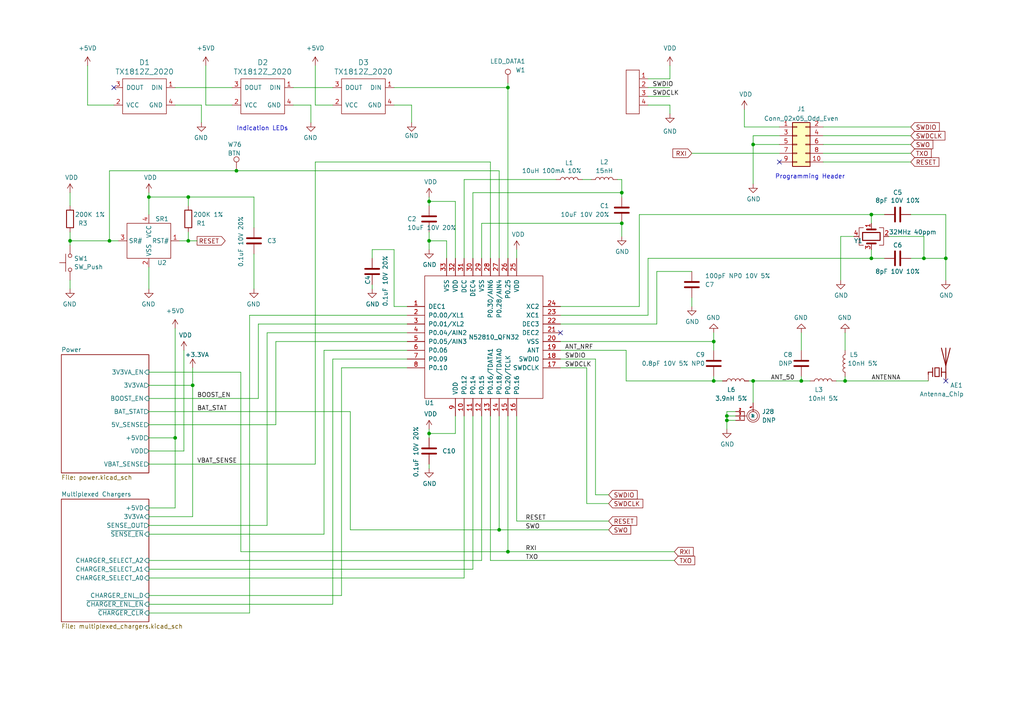
<source format=kicad_sch>
(kicad_sch (version 20230121) (generator eeschema)
  (paper "A4")
  (lib_symbols
    (symbol "Connector_Generic:Conn_02x05_Odd_Even" (pin_names (offset 1.016) hide)
      (property "Reference" "J" (at 1.27 7.62 0))
      (property "Value" "Conn_02x05_Odd_Even" (at 1.27 -7.62 0))
      (symbol "Conn_02x05_Odd_Even_1_1"
        (rectangle (start -1.27 -4.953) (end 0 -5.207) (stroke (width 0.1524)))
        (rectangle (start -1.27 -2.413) (end 0 -2.667) (stroke (width 0.1524)))
        (rectangle (start -1.27 0.127) (end 0 -0.127) (stroke (width 0.1524)))
        (rectangle (start -1.27 2.667) (end 0 2.413) (stroke (width 0.1524)))
        (rectangle (start -1.27 5.207) (end 0 4.953) (stroke (width 0.1524)))
        (rectangle (start -1.27 6.35) (end 3.81 -6.35) (stroke (width 0.254)) (fill (type background)))
        (rectangle (start 3.81 -4.953) (end 2.54 -5.207) (stroke (width 0.1524)))
        (rectangle (start 3.81 -2.413) (end 2.54 -2.667) (stroke (width 0.1524)))
        (rectangle (start 3.81 0.127) (end 2.54 -0.127) (stroke (width 0.1524)))
        (rectangle (start 3.81 2.667) (end 2.54 2.413) (stroke (width 0.1524)))
        (rectangle (start 3.81 5.207) (end 2.54 4.953) (stroke (width 0.1524)))
        (pin passive line (at -5.08 5.08 0) (length 3.81) (name "Pin_1") (number "1"))
        (pin passive line (at 7.62 -5.08 180) (length 3.81) (name "Pin_10") (number "10"))
        (pin passive line (at 7.62 5.08 180) (length 3.81) (name "Pin_2") (number "2"))
        (pin passive line (at -5.08 2.54 0) (length 3.81) (name "Pin_3") (number "3"))
        (pin passive line (at 7.62 2.54 180) (length 3.81) (name "Pin_4") (number "4"))
        (pin passive line (at -5.08 0 0) (length 3.81) (name "Pin_5") (number "5"))
        (pin passive line (at 7.62 0 180) (length 3.81) (name "Pin_6") (number "6"))
        (pin passive line (at -5.08 -2.54 0) (length 3.81) (name "Pin_7") (number "7"))
        (pin passive line (at 7.62 -2.54 180) (length 3.81) (name "Pin_8") (number "8"))
        (pin passive line (at -5.08 -5.08 0) (length 3.81) (name "Pin_9") (number "9"))
      )
    )
    (symbol "Device:Antenna_Chip" (pin_numbers hide) (pin_names (offset 1.016) hide)
      (property "Reference" "AE" (at 0 5.08 0))
      (property "Value" "Antenna_Chip" (at 0 3.175 0))
      (symbol "Antenna_Chip_0_1"
        (polyline (pts (xy -2.54 0) (xy -2.54 -0.635)) (stroke (width 0.254)))
        (polyline (pts (xy -2.54 0) (xy -1.27 0)) (stroke (width 0.254)))
        (polyline (pts (xy 1.27 0) (xy 2.54 0)) (stroke (width 0.254)))
        (polyline (pts (xy 1.27 1.27) (xy 1.27 -1.27)) (stroke (width 0.254)))
        (polyline (pts (xy 2.54 -0.635) (xy 2.54 0)))
        (polyline (pts (xy 2.54 6.985) (xy 2.54 -1.905)) (stroke (width 0.254)))
        (polyline (pts (xy -1.27 1.27) (xy -1.27 -1.27) (xy -1.27 0)) (stroke (width 0.254)))
        (polyline (pts (xy 3.81 6.985) (xy 2.54 1.905) (xy 1.27 6.985)) (stroke (width 0.254)))
        (polyline (pts (xy -0.635 1.27) (xy 0.635 1.27) (xy 0.635 -1.27) (xy -0.635 -1.27) (xy -0.635 1.27)) (stroke (width 0.254)))
      )
      (symbol "Antenna_Chip_1_1"
        (pin input line (at -2.54 -2.54 90) (length 2.54) (name "FEED") (number "1"))
        (pin passive line (at 2.54 -2.54 90) (length 2.54) (name "PCB_Trace") (number "2"))
      )
    )
    (symbol "Device:C" (pin_numbers hide) (pin_names (offset 0.254))
      (property "Reference" "C" (at 0.635 2.54 0))
      (property "Value" "C" (at 0.635 -2.54 0))
      (symbol "C_0_1"
        (polyline (pts (xy -2.032 -0.762) (xy 2.032 -0.762)) (stroke (width 0.508)))
        (polyline (pts (xy -2.032 0.762) (xy 2.032 0.762)) (stroke (width 0.508)))
      )
      (symbol "C_1_1"
        (pin passive line (at 0 3.81 270) (length 2.794) (name "~") (number "1"))
        (pin passive line (at 0 -3.81 90) (length 2.794) (name "~") (number "2"))
      )
    )
    (symbol "Device:Crystal_GND24" (pin_names (offset 1.016) hide)
      (property "Reference" "Y" (at 3.175 5.08 0))
      (property "Value" "Crystal_GND24" (at 3.175 3.175 0))
      (symbol "Crystal_GND24_0_1"
        (rectangle (start -1.143 2.54) (end 1.143 -2.54) (stroke (width 0.3048)))
        (polyline (pts (xy -2.54 0) (xy -2.032 0)))
        (polyline (pts (xy -2.032 -1.27) (xy -2.032 1.27)) (stroke (width 0.508)))
        (polyline (pts (xy 0 -3.81) (xy 0 -3.556)))
        (polyline (pts (xy 0 3.556) (xy 0 3.81)))
        (polyline (pts (xy 2.032 -1.27) (xy 2.032 1.27)) (stroke (width 0.508)))
        (polyline (pts (xy 2.032 0) (xy 2.54 0)))
        (polyline (pts (xy -2.54 -2.286) (xy -2.54 -3.556) (xy 2.54 -3.556) (xy 2.54 -2.286)))
        (polyline (pts (xy -2.54 2.286) (xy -2.54 3.556) (xy 2.54 3.556) (xy 2.54 2.286)))
      )
      (symbol "Crystal_GND24_1_1"
        (pin passive line (at -3.81 0 0) (length 1.27) (name "1") (number "1"))
        (pin passive line (at 0 5.08 270) (length 1.27) (name "2") (number "2"))
        (pin passive line (at 3.81 0 180) (length 1.27) (name "3") (number "3"))
        (pin passive line (at 0 -5.08 90) (length 1.27) (name "4") (number "4"))
      )
    )
    (symbol "Device:L" (pin_numbers hide) (pin_names (offset 1.016) hide)
      (property "Reference" "L" (at -1.27 0 90))
      (property "Value" "L" (at 1.905 0 90))
      (symbol "L_0_1"
        (arc (start 0 -2.54) (mid 0.6323 -1.905) (end 0 -1.27))
        (arc (start 0 -1.27) (mid 0.6323 -0.635) (end 0 0))
        (arc (start 0 0) (mid 0.6323 0.635) (end 0 1.27))
        (arc (start 0 1.27) (mid 0.6323 1.905) (end 0 2.54))
      )
      (symbol "L_1_1"
        (pin passive line (at 0 3.81 270) (length 1.27) (name "1") (number "1"))
        (pin passive line (at 0 -3.81 90) (length 1.27) (name "2") (number "2"))
      )
    )
    (symbol "Device:R" (pin_numbers hide) (pin_names (offset 0))
      (property "Reference" "R" (at 2.032 0 90))
      (property "Value" "R" (at 0 0 90))
      (symbol "R_0_1"
        (rectangle (start -1.016 -2.54) (end 1.016 2.54) (stroke (width 0.254)))
      )
      (symbol "R_1_1"
        (pin passive line (at 0 3.81 270) (length 1.27) (name "~") (number "1"))
        (pin passive line (at 0 -3.81 90) (length 1.27) (name "~") (number "2"))
      )
    )
    (symbol "Pixels-dice:N52810_QFN32" (pin_names (offset 1.016))
      (property "Reference" "U" (at 13.97 -19.05 0))
      (property "Value" "N52810_QFN32" (at 2.54 0 0))
      (symbol "N52810_QFN32_0_1"
        (rectangle (start -17.78 17.78) (end 16.51 -17.78))
      )
      (symbol "N52810_QFN32_1_1"
        (pin power_out line (at -22.86 8.89 0) (length 5.08) (name "DEC1") (number "1"))
        (pin bidirectional line (at -6.35 -22.86 90) (length 5.08) (name "P0.12") (number "10"))
        (pin bidirectional line (at -3.81 -22.86 90) (length 5.08) (name "P0.14") (number "11"))
        (pin bidirectional line (at -1.27 -22.86 90) (length 5.08) (name "P0.15") (number "12"))
        (pin bidirectional line (at 1.27 -22.86 90) (length 5.08) (name "P0.16/TDATA1") (number "13"))
        (pin bidirectional line (at 3.81 -22.86 90) (length 5.08) (name "P0.18/TDATA0") (number "14"))
        (pin bidirectional line (at 6.35 -22.86 90) (length 5.08) (name "P0.20/TCLK") (number "15"))
        (pin bidirectional line (at 8.89 -22.86 90) (length 5.08) (name "P0.16") (number "16"))
        (pin bidirectional line (at 21.59 -8.89 180) (length 5.08) (name "SWDCLK") (number "17"))
        (pin bidirectional line (at 21.59 -6.35 180) (length 5.08) (name "SWDIO") (number "18"))
        (pin output line (at 21.59 -3.81 180) (length 5.08) (name "ANT") (number "19"))
        (pin bidirectional line (at -22.86 6.35 0) (length 5.08) (name "P0.00/XL1") (number "2"))
        (pin output line (at 21.59 -1.27 180) (length 5.08) (name "VSS") (number "20"))
        (pin output line (at 21.59 1.27 180) (length 5.08) (name "DEC2") (number "21"))
        (pin output line (at 21.59 3.81 180) (length 5.08) (name "DEC3") (number "22"))
        (pin output line (at 21.59 6.35 180) (length 5.08) (name "XC1") (number "23"))
        (pin input line (at 21.59 8.89 180) (length 5.08) (name "XC2") (number "24"))
        (pin power_in line (at 8.89 22.86 270) (length 5.08) (name "VDD") (number "25"))
        (pin bidirectional line (at 6.35 22.86 270) (length 5.08) (name "P0.25") (number "26"))
        (pin bidirectional line (at 3.81 22.86 270) (length 5.08) (name "P0.28/AIN4") (number "27"))
        (pin bidirectional line (at 1.27 22.86 270) (length 5.08) (name "P0.30/AIN6") (number "28"))
        (pin power_in line (at -1.27 22.86 270) (length 5.08) (name "VSS") (number "29"))
        (pin bidirectional line (at -22.86 3.81 0) (length 5.08) (name "P0.01/XL2") (number "3"))
        (pin output line (at -3.81 22.86 270) (length 5.08) (name "DEC4") (number "30"))
        (pin output line (at -6.35 22.86 270) (length 5.08) (name "DCC") (number "31"))
        (pin power_in line (at -8.89 22.86 270) (length 5.08) (name "VDD") (number "32"))
        (pin power_in line (at -11.43 22.86 270) (length 5.08) (name "VSS") (number "33"))
        (pin bidirectional line (at -22.86 1.27 0) (length 5.08) (name "P0.04/AIN2") (number "4"))
        (pin bidirectional line (at -22.86 -1.27 0) (length 5.08) (name "P0.05/AIN3") (number "5"))
        (pin bidirectional line (at -22.86 -3.81 0) (length 5.08) (name "P0.06") (number "6"))
        (pin bidirectional line (at -22.86 -6.35 0) (length 5.08) (name "P0.09") (number "7"))
        (pin bidirectional line (at -22.86 -8.89 0) (length 5.08) (name "P0.10") (number "8"))
        (pin power_in line (at -8.89 -22.86 90) (length 5.08) (name "VDD") (number "9"))
      )
    )
    (symbol "Pixels-dice:SR1"
      (property "Reference" "U" (at 3.81 -6.35 0))
      (symbol "SR1_0_1"
        (polyline (pts (xy -6.35 5.08) (xy -6.35 -5.08) (xy 6.35 -5.08) (xy 6.35 5.08) (xy -6.35 5.08)))
      )
      (symbol "SR1_1_1"
        (pin output line (at 8.89 0 180) (length 2.54) (name "RST#") (number "1"))
        (pin power_in line (at 0 -7.62 90) (length 2.54) (name "VSS") (number "2"))
        (pin input line (at -8.89 0 0) (length 2.54) (name "SR#") (number "3"))
        (pin power_in line (at 0 7.62 270) (length 2.54) (name "VCC") (number "4"))
      )
    )
    (symbol "Pixels-dice:TEST_1P-conn" (pin_numbers hide) (pin_names (offset 0.762) hide)
      (property "Reference" "W" (at 0 6.858 0))
      (property "Value" "TEST_1P-conn" (at 0 5.08 0))
      (symbol "TEST_1P-conn_0_1"
        (circle (center 0 3.302) (radius 0.762))
      )
      (symbol "TEST_1P-conn_1_1"
        (pin passive line (at 0 0 90) (length 2.54) (name "1") (number "1"))
      )
    )
    (symbol "Pixels-dice:TX1812Z_2020" (pin_names (offset 1.016))
      (property "Reference" "D" (at 0 -6.35 0))
      (property "Value" "TX1812Z_2020" (at 0 6.35 0))
      (symbol "TX1812Z_2020_0_1"
        (rectangle (start -6.35 5.08) (end 6.35 -5.08))
      )
      (symbol "TX1812Z_2020_1_1"
        (pin input line (at -8.89 2.54 0) (length 2.54) (name "DIN") (number "1"))
        (pin power_in line (at 8.89 -2.54 180) (length 2.54) (name "VCC") (number "2"))
        (pin output line (at 8.89 2.54 180) (length 2.54) (name "DOUT") (number "3"))
        (pin power_in line (at -8.89 -2.54 0) (length 2.54) (name "GND") (number "4"))
      )
    )
    (symbol "Pixels-dice:W.FL"
      (property "Reference" "J" (at 3.81 -1.27 0))
      (property "Value" "W.FL" (at 4.445 1.27 0))
      (symbol "W.FL_0_1"
        (polyline (pts (xy -1.27 -2.54) (xy 1.27 -2.54)))
        (polyline (pts (xy 0 -2.54) (xy 0 -1.905)))
        (circle (center 0 0) (radius 1.27))
        (circle (center 0 0) (radius 1.7961))
      )
      (symbol "W.FL_1_1"
        (pin passive line (at 1.27 -5.08 90) (length 2.54) (name "") (number "1"))
        (pin passive line (at -1.27 -5.08 90) (length 2.54) (name "") (number "2"))
        (pin passive line (at 0 -5.08 90) (length 2.54) (name "") (number "3"))
        (pin passive line (at -3.81 0 0) (length 2.54) (name "RF") (number "4"))
      )
    )
    (symbol "Pixels-dice:heard4"
      (symbol "heard4_0_1"
        (rectangle (start -3.81 6.35) (end -3.81 -6.35))
        (rectangle (start -3.81 6.35) (end 0 6.35))
        (rectangle (start 0 -6.35) (end -3.81 -6.35))
        (rectangle (start 0 6.35) (end 0 -6.35))
      )
      (symbol "heard4_1_1"
        (pin free line (at 2.54 3.81 180) (length 2.54) (name "") (number "1"))
        (pin free line (at 2.54 1.27 180) (length 2.54) (name "") (number "2"))
        (pin free line (at 2.54 -1.27 180) (length 2.54) (name "") (number "3"))
        (pin free line (at 2.54 -3.81 180) (length 2.54) (name "") (number "4"))
      )
    )
    (symbol "Switch:SW_Push" (pin_numbers hide) (pin_names (offset 1.016) hide)
      (property "Reference" "SW" (at 1.27 2.54 0))
      (property "Value" "SW_Push" (at 0 -1.524 0))
      (symbol "SW_Push_0_1"
        (circle (center -2.032 0) (radius 0.508))
        (polyline (pts (xy 0 1.27) (xy 0 3.048)))
        (polyline (pts (xy 2.54 1.27) (xy -2.54 1.27)))
        (circle (center 2.032 0) (radius 0.508))
        (pin passive line (at -5.08 0 0) (length 2.54) (name "1") (number "1"))
        (pin passive line (at 5.08 0 180) (length 2.54) (name "2") (number "2"))
      )
    )
    (symbol "power:+3.3VA" (power) (pin_names (offset 0))
      (property "Value" "+3.3VA" (at 0 3.556 0))
      (symbol "+3.3VA_0_1"
        (polyline (pts (xy -0.762 1.27) (xy 0 2.54)))
        (polyline (pts (xy 0 0) (xy 0 2.54)))
        (polyline (pts (xy 0 2.54) (xy 0.762 1.27)))
      )
      (symbol "+3.3VA_1_1"
        (pin power_in line (at 0 0 90) (length 0) hide (name "+3.3VA") (number "1"))
      )
    )
    (symbol "power:+5VD" (power) (pin_names (offset 0))
      (property "Value" "+5VD" (at 0 3.556 0))
      (symbol "+5VD_0_1"
        (polyline (pts (xy -0.762 1.27) (xy 0 2.54)))
        (polyline (pts (xy 0 0) (xy 0 2.54)))
        (polyline (pts (xy 0 2.54) (xy 0.762 1.27)))
      )
      (symbol "+5VD_1_1"
        (pin power_in line (at 0 0 90) (length 0) hide (name "+5VD") (number "1"))
      )
    )
    (symbol "power:GND" (power) (pin_names (offset 0))
      (property "Value" "GND" (at 0 -3.81 0))
      (symbol "GND_0_1"
        (polyline (pts (xy 0 0) (xy 0 -1.27) (xy 1.27 -1.27) (xy 0 -2.54) (xy -1.27 -1.27) (xy 0 -1.27)))
      )
      (symbol "GND_1_1"
        (pin power_in line (at 0 0 270) (length 0) hide (name "GND") (number "1"))
      )
    )
    (symbol "power:VDD" (power) (pin_names (offset 0))
      (property "Value" "VDD" (at 0 3.81 0))
      (symbol "VDD_0_1"
        (polyline (pts (xy -0.762 1.27) (xy 0 2.54)))
        (polyline (pts (xy 0 0) (xy 0 2.54)))
        (polyline (pts (xy 0 2.54) (xy 0.762 1.27)))
      )
      (symbol "VDD_1_1"
        (pin power_in line (at 0 0 90) (length 0) hide (name "VDD") (number "1"))
      )
    )
  )
  (junction (at 210.82 121.92))
  (junction (at 68.58 49.53))
  (junction (at 144.78 153.67))
  (junction (at 124.46 125.73))
  (junction (at 252.73 74.93))
  (junction (at 55.88 111.76))
  (junction (at 245.11 110.49))
  (junction (at 252.73 62.23))
  (junction (at 50.8 127))
  (junction (at 31.75 69.85))
  (junction (at 124.46 69.85))
  (junction (at 147.32 160.02))
  (junction (at 147.32 25.4))
  (junction (at 54.61 57.15))
  (junction (at 54.61 69.85))
  (junction (at 274.32 74.93))
  (junction (at 267.97 74.93))
  (junction (at 207.01 99.06))
  (junction (at 43.18 57.15))
  (junction (at 180.34 64.77))
  (junction (at 124.46 58.42))
  (junction (at 20.32 69.85))
  (junction (at 218.44 110.49))
  (junction (at 232.41 110.49))
  (junction (at 218.44 41.91))
  (junction (at 210.82 120.65))
  (junction (at 207.01 110.49))
  (junction (at 180.34 55.88))
  (no_connect (at 162.56 96.52))
  (no_connect (at 274.32 110.49))
  (no_connect (at 226.06 46.99))
  (no_connect (at 33.02 25.4))
  (wire (pts (xy 80.01 99.06) (xy 118.11 99.06)))
  (wire (pts (xy 187.96 25.4) (xy 194.31 25.4)))
  (wire (pts (xy 20.32 67.31) (xy 20.32 69.85)))
  (wire (pts (xy 245.11 109.22) (xy 245.11 110.49)))
  (wire (pts (xy 20.32 55.88) (xy 20.32 59.69)))
  (wire (pts (xy 180.34 64.77) (xy 180.34 68.58)))
  (wire (pts (xy 67.31 30.48) (xy 59.69 30.48)))
  (wire (pts (xy 210.82 119.38) (xy 210.82 120.65)))
  (wire (pts (xy 180.34 52.07) (xy 180.34 55.88)))
  (wire (pts (xy 54.61 67.31) (xy 54.61 69.85)))
  (wire (pts (xy 217.17 110.49) (xy 218.44 110.49)))
  (wire (pts (xy 114.3 25.4) (xy 147.32 25.4)))
  (wire (pts (xy 58.42 30.48) (xy 58.42 35.56)))
  (wire (pts (xy 147.32 120.65) (xy 147.32 160.02)))
  (wire (pts (xy 101.6 153.67) (xy 101.6 119.38)))
  (wire (pts (xy 55.88 111.76) (xy 55.88 149.86)))
  (wire (pts (xy 226.06 44.45) (xy 200.66 44.45)))
  (wire (pts (xy 252.73 74.93) (xy 256.54 74.93)))
  (wire (pts (xy 207.01 99.06) (xy 207.01 101.6)))
  (wire (pts (xy 144.78 153.67) (xy 101.6 153.67)))
  (wire (pts (xy 170.18 106.68) (xy 170.18 146.05)))
  (wire (pts (xy 96.52 104.14) (xy 118.11 104.14)))
  (wire (pts (xy 162.56 88.9) (xy 185.42 88.9)))
  (wire (pts (xy 267.97 68.58) (xy 267.97 74.93)))
  (wire (pts (xy 99.06 172.72) (xy 99.06 106.68)))
  (wire (pts (xy 134.62 52.07) (xy 161.29 52.07)))
  (wire (pts (xy 232.41 110.49) (xy 234.95 110.49)))
  (wire (pts (xy 72.39 91.44) (xy 72.39 177.8)))
  (wire (pts (xy 93.98 101.6) (xy 93.98 154.94)))
  (wire (pts (xy 91.44 46.99) (xy 142.24 46.99)))
  (wire (pts (xy 67.31 25.4) (xy 50.8 25.4)))
  (wire (pts (xy 238.76 44.45) (xy 264.16 44.45)))
  (wire (pts (xy 172.72 143.51) (xy 176.53 143.51)))
  (wire (pts (xy 139.7 64.77) (xy 180.34 64.77)))
  (wire (pts (xy 53.34 101.6) (xy 53.34 130.81)))
  (wire (pts (xy 147.32 24.13) (xy 147.32 25.4)))
  (wire (pts (xy 194.31 19.05) (xy 194.31 22.86)))
  (wire (pts (xy 179.07 52.07) (xy 180.34 52.07)))
  (wire (pts (xy 43.18 111.76) (xy 55.88 111.76)))
  (wire (pts (xy 134.62 120.65) (xy 134.62 167.64)))
  (wire (pts (xy 53.34 130.81) (xy 43.18 130.81)))
  (wire (pts (xy 50.8 95.25) (xy 50.8 127)))
  (wire (pts (xy 210.82 120.65) (xy 210.82 121.92)))
  (wire (pts (xy 187.96 30.48) (xy 194.31 30.48)))
  (wire (pts (xy 142.24 120.65) (xy 142.24 162.56)))
  (wire (pts (xy 43.18 162.56) (xy 139.7 162.56)))
  (wire (pts (xy 181.61 101.6) (xy 181.61 110.49)))
  (wire (pts (xy 162.56 106.68) (xy 170.18 106.68)))
  (wire (pts (xy 139.7 64.77) (xy 139.7 74.93)))
  (wire (pts (xy 43.18 57.15) (xy 43.18 62.23)))
  (wire (pts (xy 80.01 123.19) (xy 80.01 99.06)))
  (wire (pts (xy 137.16 120.65) (xy 137.16 165.1)))
  (wire (pts (xy 185.42 62.23) (xy 252.73 62.23)))
  (wire (pts (xy 50.8 147.32) (xy 50.8 127)))
  (wire (pts (xy 185.42 88.9) (xy 185.42 62.23)))
  (wire (pts (xy 59.69 19.05) (xy 59.69 30.48)))
  (wire (pts (xy 137.16 55.88) (xy 137.16 74.93)))
  (wire (pts (xy 200.66 86.36) (xy 200.66 88.9)))
  (wire (pts (xy 190.5 93.98) (xy 162.56 93.98)))
  (wire (pts (xy 181.61 110.49) (xy 207.01 110.49)))
  (wire (pts (xy 68.58 49.53) (xy 144.78 49.53)))
  (wire (pts (xy 93.98 101.6) (xy 118.11 101.6)))
  (wire (pts (xy 43.18 152.4) (xy 77.47 152.4)))
  (wire (pts (xy 218.44 39.37) (xy 218.44 41.91)))
  (wire (pts (xy 91.44 134.62) (xy 91.44 46.99)))
  (wire (pts (xy 232.41 96.52) (xy 232.41 101.6)))
  (wire (pts (xy 207.01 96.52) (xy 207.01 99.06)))
  (wire (pts (xy 218.44 41.91) (xy 218.44 53.34)))
  (wire (pts (xy 124.46 67.31) (xy 124.46 69.85)))
  (wire (pts (xy 180.34 55.88) (xy 137.16 55.88)))
  (wire (pts (xy 132.08 120.65) (xy 132.08 125.73)))
  (wire (pts (xy 144.78 120.65) (xy 144.78 153.67)))
  (wire (pts (xy 168.91 52.07) (xy 171.45 52.07)))
  (wire (pts (xy 134.62 74.93) (xy 134.62 52.07)))
  (wire (pts (xy 257.81 68.58) (xy 267.97 68.58)))
  (wire (pts (xy 107.95 82.55) (xy 107.95 83.82)))
  (wire (pts (xy 50.8 127) (xy 43.18 127)))
  (wire (pts (xy 114.3 72.39) (xy 107.95 72.39)))
  (wire (pts (xy 124.46 125.73) (xy 124.46 127)))
  (wire (pts (xy 162.56 99.06) (xy 207.01 99.06)))
  (wire (pts (xy 43.18 123.19) (xy 80.01 123.19)))
  (wire (pts (xy 74.93 93.98) (xy 74.93 115.57)))
  (wire (pts (xy 264.16 62.23) (xy 274.32 62.23)))
  (wire (pts (xy 43.18 55.88) (xy 43.18 57.15)))
  (wire (pts (xy 149.86 120.65) (xy 149.86 151.13)))
  (wire (pts (xy 238.76 46.99) (xy 264.16 46.99)))
  (wire (pts (xy 210.82 121.92) (xy 210.82 124.46)))
  (wire (pts (xy 187.96 74.93) (xy 252.73 74.93)))
  (wire (pts (xy 124.46 69.85) (xy 124.46 72.39)))
  (wire (pts (xy 147.32 160.02) (xy 195.58 160.02)))
  (wire (pts (xy 242.57 110.49) (xy 245.11 110.49)))
  (wire (pts (xy 162.56 104.14) (xy 172.72 104.14)))
  (wire (pts (xy 226.06 36.83) (xy 215.9 36.83)))
  (wire (pts (xy 58.42 30.48) (xy 50.8 30.48)))
  (wire (pts (xy 142.24 162.56) (xy 195.58 162.56)))
  (wire (pts (xy 73.66 57.15) (xy 73.66 66.04)))
  (wire (pts (xy 162.56 101.6) (xy 181.61 101.6)))
  (wire (pts (xy 232.41 109.22) (xy 232.41 110.49)))
  (wire (pts (xy 72.39 91.44) (xy 118.11 91.44)))
  (wire (pts (xy 267.97 74.93) (xy 274.32 74.93)))
  (wire (pts (xy 144.78 49.53) (xy 144.78 74.93)))
  (wire (pts (xy 77.47 152.4) (xy 77.47 96.52)))
  (wire (pts (xy 124.46 58.42) (xy 124.46 59.69)))
  (wire (pts (xy 93.98 154.94) (xy 43.18 154.94)))
  (wire (pts (xy 20.32 69.85) (xy 31.75 69.85)))
  (wire (pts (xy 43.18 175.26) (xy 96.52 175.26)))
  (wire (pts (xy 118.11 88.9) (xy 114.3 88.9)))
  (wire (pts (xy 124.46 134.62) (xy 124.46 135.89)))
  (wire (pts (xy 226.06 39.37) (xy 218.44 39.37)))
  (wire (pts (xy 264.16 74.93) (xy 267.97 74.93)))
  (wire (pts (xy 139.7 120.65) (xy 139.7 162.56)))
  (wire (pts (xy 107.95 72.39) (xy 107.95 74.93)))
  (wire (pts (xy 54.61 57.15) (xy 73.66 57.15)))
  (wire (pts (xy 147.32 25.4) (xy 147.32 74.93)))
  (wire (pts (xy 149.86 72.39) (xy 149.86 74.93)))
  (wire (pts (xy 213.36 121.92) (xy 210.82 121.92)))
  (wire (pts (xy 91.44 19.05) (xy 91.44 30.48)))
  (wire (pts (xy 124.46 58.42) (xy 124.46 57.15)))
  (wire (pts (xy 43.18 167.64) (xy 134.62 167.64)))
  (wire (pts (xy 54.61 69.85) (xy 57.15 69.85)))
  (wire (pts (xy 20.32 69.85) (xy 20.32 71.12)))
  (wire (pts (xy 247.65 68.58) (xy 243.84 68.58)))
  (wire (pts (xy 194.31 30.48) (xy 194.31 33.02)))
  (wire (pts (xy 218.44 41.91) (xy 226.06 41.91)))
  (wire (pts (xy 43.18 57.15) (xy 54.61 57.15)))
  (wire (pts (xy 176.53 151.13) (xy 149.86 151.13)))
  (wire (pts (xy 243.84 68.58) (xy 243.84 81.28)))
  (wire (pts (xy 43.18 147.32) (xy 50.8 147.32)))
  (wire (pts (xy 162.56 91.44) (xy 187.96 91.44)))
  (wire (pts (xy 96.52 25.4) (xy 85.09 25.4)))
  (wire (pts (xy 52.07 69.85) (xy 54.61 69.85)))
  (wire (pts (xy 218.44 110.49) (xy 218.44 116.84)))
  (wire (pts (xy 187.96 27.94) (xy 194.31 27.94)))
  (wire (pts (xy 33.02 30.48) (xy 25.4 30.48)))
  (wire (pts (xy 73.66 73.66) (xy 73.66 83.82)))
  (wire (pts (xy 74.93 93.98) (xy 118.11 93.98)))
  (wire (pts (xy 43.18 172.72) (xy 99.06 172.72)))
  (wire (pts (xy 245.11 110.49) (xy 269.24 110.49)))
  (wire (pts (xy 43.18 77.47) (xy 43.18 83.82)))
  (wire (pts (xy 55.88 111.76) (xy 55.88 106.68)))
  (wire (pts (xy 252.73 64.77) (xy 252.73 62.23)))
  (wire (pts (xy 274.32 62.23) (xy 274.32 74.93)))
  (wire (pts (xy 176.53 153.67) (xy 144.78 153.67)))
  (wire (pts (xy 69.85 107.95) (xy 43.18 107.95)))
  (wire (pts (xy 54.61 57.15) (xy 54.61 59.69)))
  (wire (pts (xy 124.46 125.73) (xy 124.46 124.46)))
  (wire (pts (xy 274.32 74.93) (xy 274.32 81.28)))
  (wire (pts (xy 245.11 96.52) (xy 245.11 101.6)))
  (wire (pts (xy 200.66 78.74) (xy 190.5 78.74)))
  (wire (pts (xy 215.9 36.83) (xy 215.9 31.75)))
  (wire (pts (xy 96.52 104.14) (xy 96.52 175.26)))
  (wire (pts (xy 132.08 74.93) (xy 132.08 58.42)))
  (wire (pts (xy 43.18 177.8) (xy 72.39 177.8)))
  (wire (pts (xy 190.5 78.74) (xy 190.5 93.98)))
  (wire (pts (xy 20.32 81.28) (xy 20.32 83.82)))
  (wire (pts (xy 129.54 69.85) (xy 124.46 69.85)))
  (wire (pts (xy 119.38 30.48) (xy 114.3 30.48)))
  (wire (pts (xy 142.24 46.99) (xy 142.24 74.93)))
  (wire (pts (xy 96.52 30.48) (xy 91.44 30.48)))
  (wire (pts (xy 90.17 30.48) (xy 85.09 30.48)))
  (wire (pts (xy 99.06 106.68) (xy 118.11 106.68)))
  (wire (pts (xy 31.75 69.85) (xy 31.75 49.53)))
  (wire (pts (xy 25.4 19.05) (xy 25.4 30.48)))
  (wire (pts (xy 119.38 30.48) (xy 119.38 35.56)))
  (wire (pts (xy 31.75 69.85) (xy 34.29 69.85)))
  (wire (pts (xy 43.18 115.57) (xy 74.93 115.57)))
  (wire (pts (xy 252.73 62.23) (xy 256.54 62.23)))
  (wire (pts (xy 238.76 41.91) (xy 264.16 41.91)))
  (wire (pts (xy 213.36 120.65) (xy 210.82 120.65)))
  (wire (pts (xy 132.08 58.42) (xy 124.46 58.42)))
  (wire (pts (xy 213.36 119.38) (xy 210.82 119.38)))
  (wire (pts (xy 180.34 55.88) (xy 180.34 57.15)))
  (wire (pts (xy 114.3 88.9) (xy 114.3 72.39)))
  (wire (pts (xy 207.01 110.49) (xy 209.55 110.49)))
  (wire (pts (xy 31.75 49.53) (xy 68.58 49.53)))
  (wire (pts (xy 170.18 146.05) (xy 176.53 146.05)))
  (wire (pts (xy 43.18 149.86) (xy 55.88 149.86)))
  (wire (pts (xy 77.47 96.52) (xy 118.11 96.52)))
  (wire (pts (xy 172.72 104.14) (xy 172.72 143.51)))
  (wire (pts (xy 69.85 160.02) (xy 69.85 107.95)))
  (wire (pts (xy 187.96 91.44) (xy 187.96 74.93)))
  (wire (pts (xy 238.76 39.37) (xy 264.16 39.37)))
  (wire (pts (xy 238.76 36.83) (xy 264.16 36.83)))
  (wire (pts (xy 252.73 72.39) (xy 252.73 74.93)))
  (wire (pts (xy 218.44 110.49) (xy 232.41 110.49)))
  (wire (pts (xy 147.32 160.02) (xy 69.85 160.02)))
  (wire (pts (xy 207.01 109.22) (xy 207.01 110.49)))
  (wire (pts (xy 187.96 22.86) (xy 194.31 22.86)))
  (wire (pts (xy 132.08 125.73) (xy 124.46 125.73)))
  (wire (pts (xy 129.54 74.93) (xy 129.54 69.85)))
  (wire (pts (xy 43.18 165.1) (xy 137.16 165.1)))
  (wire (pts (xy 43.18 119.38) (xy 101.6 119.38)))
  (wire (pts (xy 90.17 35.56) (xy 90.17 30.48)))
  (wire (pts (xy 43.18 134.62) (xy 91.44 134.62)))
  (text "Programming Header" (at 224.79 52.07 0) (effects (font (size 1.27 1.27)) (justify left bottom)))
  (text "Indication LEDs" (at 68.58 38.1 0) (effects (font (size 1.27 1.27)) (justify left bottom)))
  (label "ANT_50" (at 223.52 110.49 0))
  (label "ANTENNA" (at 252.73 110.49 0))
  (label "BOOST_EN" (at 57.15 115.57 0))
  (label "ANT_NRF" (at 163.83 101.6 0))
  (label "VBAT_SENSE" (at 57.15 134.62 0))
  (label "SWDCLK" (at 189.23 27.94 0))
  (label "TXO" (at 152.4 162.56 0))
  (label "RESET" (at 152.4 151.13 0))
  (label "SWO" (at 152.4 153.67 0))
  (label "SWDCLK" (at 163.83 106.68 0))
  (label "SWDIO" (at 163.83 104.14 0))
  (label "SWDIO" (at 189.23 25.4 0))
  (label "BAT_STAT" (at 57.15 119.38 0))
  (label "RXI" (at 152.4 160.02 0))
  (global_label "RESET" (shape input) (at 264.16 46.99 0) (property "Intersheetrefs" "${INTERSHEET_REFS}" (effects hide)))
  (global_label "RESET" (shape output) (at 57.15 69.85 0) (property "Intersheetrefs" "${INTERSHEET_REFS}" (effects hide)))
  (global_label "SWDCLK" (shape input) (at 264.16 39.37 0) (property "Intersheetrefs" "${INTERSHEET_REFS}" (effects hide)))
  (global_label "TXO" (shape input) (at 264.16 44.45 0) (property "Intersheetrefs" "${INTERSHEET_REFS}" (effects hide)))
  (global_label "SWO" (shape input) (at 176.53 153.67 0) (property "Intersheetrefs" "${INTERSHEET_REFS}" (effects hide)))
  (global_label "SWDIO" (shape input) (at 176.53 143.51 0) (property "Intersheetrefs" "${INTERSHEET_REFS}" (effects hide)))
  (global_label "TXO" (shape input) (at 195.58 162.56 0) (property "Intersheetrefs" "${INTERSHEET_REFS}" (effects hide)))
  (global_label "RXI" (shape input) (at 195.58 160.02 0) (property "Intersheetrefs" "${INTERSHEET_REFS}" (effects hide)))
  (global_label "RXI" (shape input) (at 200.66 44.45 180) (property "Intersheetrefs" "${INTERSHEET_REFS}" (effects hide)))
  (global_label "RESET" (shape input) (at 176.53 151.13 0) (property "Intersheetrefs" "${INTERSHEET_REFS}" (effects hide)))
  (global_label "SWDIO" (shape input) (at 264.16 36.83 0) (property "Intersheetrefs" "${INTERSHEET_REFS}" (effects hide)))
  (global_label "SWO" (shape input) (at 264.16 41.91 0) (property "Intersheetrefs" "${INTERSHEET_REFS}" (effects hide)))
  (global_label "SWDCLK" (shape input) (at 176.53 146.05 0) (property "Intersheetrefs" "${INTERSHEET_REFS}" (effects hide)))
  (symbol (lib_id "power:+3.3VA") (at 55.88 106.68 0) (unit 1)
    (property "Reference" "#PWR037" (effects hide))
    (property "Value" "+3.3VA" (at 57.15 102.87 0))
  )
  (symbol (lib_id "power:VDD") (at 215.9 31.75 0) (unit 1)
    (property "Reference" "#PWR04" (effects hide))
    (property "Value" "VDD" (at 216.281 27.3558 0))
  )
  (symbol (lib_id "Device:L") (at 213.36 110.49 90) (unit 1)
    (property "Reference" "L6" (at 212.09 113.03 90))
    (property "Value" "3.9nH 5%" (at 212.09 115.57 90))
    (property "Footprint" "Pixels-dice:0402_RF" (effects hide))
    (property "Generic OK" "YES" (effects hide))
    (property "Manufacturer" "Murata" (effects hide))
    (property "Manufacturer Part Number" "LQG15HS3N9B02D" (effects hide))
  )
  (symbol (lib_id "power:GND") (at 20.32 83.82 0) (mirror y) (unit 1)
    (property "Reference" "#PWR015" (effects hide))
    (property "Value" "GND" (at 20.193 88.2142 0))
  )
  (symbol (lib_id "Device:C") (at 124.46 130.81 0) (unit 1)
    (property "Reference" "C10" (at 128.27 130.81 0) (effects (justify left)))
    (property "Value" "0.1uF 10V 20%" (at 120.65 138.43 90) (effects (justify left)))
    (property "Footprint" "Capacitor_SMD:C_0402_1005Metric" (effects hide))
    (property "Generic OK" "YES" (effects hide))
    (property "Manufacturer" "Murata" (effects hide))
    (property "Manufacturer Part Number" "GRM155R61H104KE19D" (effects hide))
    (property "LCSC Part Number" "C2168305" (effects hide))
  )
  (symbol (lib_id "Device:Antenna_Chip") (at 271.78 107.95 0) (unit 1)
    (property "Reference" "AE1" (at 275.59 111.76 0) (effects (justify left)))
    (property "Value" "Antenna_Chip" (at 266.7 114.3 0) (effects (justify left)))
    (property "Footprint" "Pixels-dice:CHIP_ANT" (effects hide))
    (property "Generic OK" "NO" (effects hide))
    (property "Manufacturer" "Microgate" (effects hide))
    (property "Manufacturer Part Number" "MGMA3216H2450-A02" (effects hide))
  )
  (symbol (lib_id "power:GND") (at 243.84 81.28 0) (unit 1)
    (property "Reference" "#PWR019" (effects hide))
    (property "Value" "GND" (at 243.967 85.6742 0))
  )
  (symbol (lib_id "Device:Crystal_GND24") (at 252.73 68.58 270) (unit 1)
    (property "Reference" "Y1" (at 247.65 69.85 90) (effects (justify left)))
    (property "Value" "32MHz 40ppm" (at 257.81 67.31 90) (effects (justify left)))
    (property "Footprint" "Pixels-dice:Crystal_SMD_2016-4Pin_2.0x1.6mm" (effects hide))
    (property "Generic OK" "YES" (effects hide))
    (property "Manufacturer" "Murata" (effects hide))
    (property "Manufacturer Part Number" "XRCGB32M000F2P00R0" (effects hide))
    (property "Pixels Part Number" "SMD-Y001" (effects hide))
    (property "LCSC Part Number" "C527602" (effects hide))
  )
  (symbol (lib_id "Pixels-dice:W.FL") (at 218.44 120.65 270) (unit 1)
    (property "Reference" "J28" (at 220.98 119.3799 90) (effects (justify left)))
    (property "Value" "DNP" (at 220.98 121.9199 90) (effects (justify left)))
    (property "Footprint" "RFFrontEnd:MFH3.RECE.20369.001E.01" (effects hide))
    (property "Generic OK" "N/A" (effects hide))
  )
  (symbol (lib_id "Device:C") (at 260.35 62.23 270) (unit 1)
    (property "Reference" "C5" (at 260.35 55.8292 90))
    (property "Value" "8pF 10V 10%" (at 260.35 58.1406 90))
    (property "Footprint" "Capacitor_SMD:C_0402_1005Metric" (effects hide))
    (property "Generic OK" "YES" (effects hide))
    (property "Pixels Part Number" "SMD-C001" (effects hide))
    (property "Manufacturer" "Murata" (effects hide))
    (property "Manufacturer Part Number" "GRT1555C2A8R0DA02" (effects hide))
    (property "LCSC Part Number" "C521082" (effects hide))
  )
  (symbol (lib_id "power:GND") (at 43.18 83.82 0) (mirror y) (unit 1)
    (property "Reference" "#PWR02" (effects hide))
    (property "Value" "GND" (at 43.053 88.2142 0))
  )
  (symbol (lib_id "power:VDD") (at 124.46 124.46 0) (unit 1)
    (property "Reference" "#PWR025" (effects hide))
    (property "Value" "VDD" (at 124.8918 120.0658 0))
  )
  (symbol (lib_id "power:GND") (at 90.17 35.56 0) (mirror y) (unit 1)
    (property "Reference" "#PWR06" (effects hide))
    (property "Value" "GND" (at 90.043 39.9542 0))
  )
  (symbol (lib_id "power:GND") (at 124.46 72.39 0) (unit 1)
    (property "Reference" "#PWR012" (effects hide))
    (property "Value" "GND" (at 124.587 76.7842 0))
  )
  (symbol (lib_id "power:GND") (at 218.44 53.34 0) (unit 1)
    (property "Reference" "#PWR0101" (effects hide))
    (property "Value" "GND" (at 218.567 57.7342 0))
  )
  (symbol (lib_id "Device:L") (at 238.76 110.49 90) (unit 1)
    (property "Reference" "L3" (at 237.49 113.03 90))
    (property "Value" "10nH 5%" (at 238.76 115.57 90))
    (property "Footprint" "Pixels-dice:0402_RF" (effects hide))
    (property "Generic OK" "YES" (effects hide))
    (property "Manufacturer" "Murata" (effects hide))
    (property "Manufacturer Part Number" "LQG15HS10NJ02D" (effects hide))
  )
  (symbol (lib_id "power:VDD") (at 124.46 57.15 0) (unit 1)
    (property "Reference" "#PWR09" (effects hide))
    (property "Value" "VDD" (at 124.8918 52.7558 0))
  )
  (symbol (lib_id "power:GND") (at 245.11 96.52 180) (unit 1)
    (property "Reference" "#PWR087" (effects hide))
    (property "Value" "GND" (at 244.983 92.1258 0))
  )
  (symbol (lib_id "power:VDD") (at 20.32 55.88 0) (unit 1)
    (property "Reference" "#PWR08" (effects hide))
    (property "Value" "VDD" (at 20.7518 51.4858 0))
  )
  (symbol (lib_id "Device:R") (at 20.32 63.5 0) (unit 1)
    (property "Reference" "R3" (at 25.4 64.77 0) (effects (justify right)))
    (property "Value" "200K 1%" (at 30.48 62.23 0) (effects (justify right)))
    (property "Footprint" "Resistor_SMD:R_0402_1005Metric" (effects hide))
    (property "LCSC Part Number" "C25764" (effects hide))
    (property "Manufacturer" "UNI-ROYAL(Uniroyal Elec)" (effects hide))
    (property "Manufacturer Part Number" "0402WGF2003TCE" (effects hide))
  )
  (symbol (lib_id "power:+5VD") (at 59.69 19.05 0) (unit 1)
    (property "Reference" "#PWR0105" (effects hide))
    (property "Value" "+5VD" (at 59.69 13.97 0))
  )
  (symbol (lib_id "Pixels-dice:TX1812Z_2020") (at 105.41 27.94 0) (mirror y) (unit 1)
    (property "Reference" "D3" (at 105.41 18.1102 0) (effects (font (size 1.524 1.524))))
    (property "Value" "TX1812Z_2020" (at 105.41 20.8026 0) (effects (font (size 1.524 1.524))))
    (property "Footprint" "Pixels-dice:TX1812Z_2020" (effects hide))
    (property "Manufacturer" "TCWIN" (effects hide))
    (property "Manufacturer Part Number" "TC2020RGB-3CJH-TX1812Z5" (effects hide))
    (property "Pixels Part Number" "SMD-D002-ALT2" (effects hide))
    (property "Generic OK" "NO" (effects hide))
    (property "LCSC Part Number" "C784564" (effects hide))
  )
  (symbol (lib_id "Device:C") (at 124.46 63.5 0) (unit 1)
    (property "Reference" "C2" (at 118.11 63.5 0) (effects (justify left)))
    (property "Value" "10uF 10V 20%" (at 118.11 66.04 0) (effects (justify left)))
    (property "Footprint" "Capacitor_SMD:C_0603_1608Metric" (effects hide))
    (property "Generic OK" "YES" (effects hide))
    (property "Pixels Part Number" "SMD-C002" (effects hide))
    (property "Manufacturer" "Murata" (effects hide))
    (property "Manufacturer Part Number" "GRM188R61A106ME69D" (effects hide))
  )
  (symbol (lib_id "Pixels-dice:TEST_1P-conn") (at 68.58 49.53 0) (unit 1)
    (property "Reference" "W76" (at 66.04 41.91 0) (effects (justify left)))
    (property "Value" "BTN" (at 66.04 44.45 0) (effects (justify left)))
    (property "Footprint" "Pixels-dice:TEST_PIN" (effects hide))
  )
  (symbol (lib_id "Device:C") (at 73.66 69.85 0) (unit 1)
    (property "Reference" "C3" (at 77.47 69.85 0) (effects (justify left)))
    (property "Value" "0.1uF 10V 20%" (at 69.85 77.47 90) (effects (justify left)))
    (property "Footprint" "Capacitor_SMD:C_0402_1005Metric" (effects hide))
    (property "Generic OK" "YES" (effects hide))
    (property "Manufacturer" "Murata" (effects hide))
    (property "Manufacturer Part Number" "GRM155R61H104KE19D" (effects hide))
    (property "LCSC Part Number" "C2168305" (effects hide))
  )
  (symbol (lib_id "power:GND") (at 119.38 35.56 0) (mirror y) (unit 1)
    (property "Reference" "#PWR07" (effects hide))
    (property "Value" "GND" (at 119.38 39.37 0))
  )
  (symbol (lib_id "Device:L") (at 175.26 52.07 90) (unit 1)
    (property "Reference" "L2" (at 175.26 46.99 90))
    (property "Value" "15nH" (at 175.26 49.53 90))
    (property "Footprint" "Inductor_SMD:L_0402_1005Metric" (effects hide))
    (property "Generic OK" "YES" (effects hide))
    (property "Manufacturer" "Murata" (effects hide))
    (property "Manufacturer Part Number" "LQG15HS15NJ02D" (effects hide))
    (property "LCSC Part Number" "C87189" (effects hide))
  )
  (symbol (lib_id "power:GND") (at 200.66 88.9 0) (unit 1)
    (property "Reference" "#PWR022" (effects hide))
    (property "Value" "GND" (at 200.787 93.2942 0))
  )
  (symbol (lib_id "power:GND") (at 232.41 96.52 180) (unit 1)
    (property "Reference" "#PWR024" (effects hide))
    (property "Value" "GND" (at 232.283 92.1258 0))
  )
  (symbol (lib_id "Device:C") (at 232.41 105.41 180) (unit 1)
    (property "Reference" "C8" (at 229.87 102.87 0) (effects (justify left)))
    (property "Value" "DNP" (at 229.87 105.41 0) (effects (justify left)))
    (property "Footprint" "Pixels-dice:0402_RF" (effects hide))
    (property "Generic OK" "YES" (effects hide))
    (property "Pixels Part Number" "SMD-C004" (effects hide))
  )
  (symbol (lib_id "power:VDD") (at 53.34 101.6 0) (unit 1)
    (property "Reference" "#PWR018" (effects hide))
    (property "Value" "VDD" (at 53.7718 97.2058 0))
  )
  (symbol (lib_id "Switch:SW_Push") (at 20.32 76.2 90) (mirror x) (unit 1)
    (property "Reference" "SW1" (at 21.463 74.9879 90) (effects (justify right)))
    (property "Value" "SW_Push" (at 21.463 77.4121 90) (effects (justify right)))
    (property "Footprint" "Pixels-dice:TSB002" (effects hide))
    (property "Manufacturer" "BZCN" (effects hide))
    (property "Manufacturer Part Number" "TSB001A3526A02" (effects hide))
    (property "LCSC Part Number" "C2888889" (effects hide))
    (property "Generic OK" "NO" (effects hide))
  )
  (symbol (lib_id "power:+5VD") (at 91.44 19.05 0) (unit 1)
    (property "Reference" "#PWR0108" (effects hide))
    (property "Value" "+5VD" (at 91.44 13.97 0))
  )
  (symbol (lib_id "Device:C") (at 207.01 105.41 180) (unit 1)
    (property "Reference" "C9" (at 204.47 102.87 0) (effects (justify left)))
    (property "Value" "0.8pF 10V 5% NP0" (at 204.47 105.41 0) (effects (justify left)))
    (property "Footprint" "Pixels-dice:0402_RF" (effects hide))
    (property "Generic OK" "YES" (effects hide))
    (property "Pixels Part Number" "SMD-C004" (effects hide))
    (property "Manufacturer" "Murata" (effects hide))
    (property "Manufacturer Part Number" "GJM1555C1HR80BB01" (effects hide))
  )
  (symbol (lib_id "Pixels-dice:heard4") (at 185.42 26.67 0) (unit 1)
    (property "Reference" "P1" (effects hide))
    (property "Value" "heard4" (effects hide))
    (property "Footprint" "Pixels-dice:4x2.54mm_SMD" (effects hide))
  )
  (symbol (lib_id "power:+5VD") (at 25.4 19.05 0) (unit 1)
    (property "Reference" "#PWR0106" (effects hide))
    (property "Value" "+5VD" (at 25.4 13.97 0))
  )
  (symbol (lib_id "power:GND") (at 58.42 35.56 0) (mirror y) (unit 1)
    (property "Reference" "#PWR05" (effects hide))
    (property "Value" "GND" (at 58.293 39.9542 0))
  )
  (symbol (lib_id "power:GND") (at 274.32 81.28 0) (unit 1)
    (property "Reference" "#PWR020" (effects hide))
    (property "Value" "GND" (at 274.447 85.6742 0))
  )
  (symbol (lib_id "Pixels-dice:N52810_QFN32") (at 140.97 97.79 0) (unit 1)
    (property "Reference" "U1" (at 123.19 116.84 0) (effects (justify left)))
    (property "Value" "N52810_QFN32" (at 135.89 97.79 0) (effects (justify left)))
    (property "Footprint" "Package_DFN_QFN:QFN-32-1EP_5x5mm_P0.5mm_EP3.1x3.1mm" (effects hide))
    (property "Generic OK" "NO" (effects hide))
    (property "Manufacturer" "Nordic Semiconductor" (effects hide))
    (property "Manufacturer Part Number" "NRF52810-QCAA-R" (effects hide))
    (property "Pixels Part Number" "SMD-U001" (effects hide))
  )
  (symbol (lib_id "power:+5VD") (at 50.8 95.25 0) (unit 1)
    (property "Reference" "#PWR0107" (effects hide))
    (property "Value" "+5VD" (at 50.8 90.17 0))
  )
  (symbol (lib_id "power:GND") (at 194.31 33.02 0) (unit 1)
    (property "Reference" "#PWR0102" (effects hide))
    (property "Value" "GND" (at 194.31 38.1 0))
  )
  (symbol (lib_id "Device:L") (at 165.1 52.07 90) (unit 1)
    (property "Reference" "L1" (at 165.1 47.244 90))
    (property "Value" "10uH 100mA 10%" (at 160.02 49.53 90))
    (property "Footprint" "Inductor_SMD:L_0805_2012Metric" (effects hide))
    (property "Generic OK" "YES" (effects hide))
    (property "Pixels Part Number" "SMD-L001" (effects hide))
    (property "Manufacturer" "Murata" (effects hide))
    (property "Manufacturer Part Number" "LQM21FN100M80L" (effects hide))
    (property "LCSC Part Number" "C223269" (effects hide))
  )
  (symbol (lib_id "power:GND") (at 73.66 83.82 0) (mirror y) (unit 1)
    (property "Reference" "#PWR016" (effects hide))
    (property "Value" "GND" (at 73.533 88.2142 0))
  )
  (symbol (lib_id "power:VDD") (at 149.86 72.39 0) (unit 1)
    (property "Reference" "#PWR013" (effects hide))
    (property "Value" "VDD" (at 150.2918 67.9958 0))
  )
  (symbol (lib_id "Device:C") (at 200.66 82.55 0) (unit 1)
    (property "Reference" "C7" (at 204.47 82.55 0) (effects (justify left)))
    (property "Value" "100pF NP0 10V 5%" (at 204.47 80.01 0) (effects (justify left)))
    (property "Footprint" "Capacitor_SMD:C_0402_1005Metric" (effects hide))
    (property "Generic OK" "YES" (effects hide))
    (property "Pixels Part Number" "SMD-C003" (effects hide))
    (property "Manufacturer" "Murata" (effects hide))
    (property "Manufacturer Part Number" "GCM1555C1H101JA16J" (effects hide))
    (property "LCSC Part Number" "C2188957" (effects hide))
  )
  (symbol (lib_id "Device:C") (at 107.95 78.74 0) (unit 1)
    (property "Reference" "C4" (at 106.68 82.55 90) (effects (justify left)))
    (property "Value" "0.1uF 10V 20%" (at 111.76 88.9 90) (effects (justify left)))
    (property "Footprint" "Capacitor_SMD:C_0402_1005Metric" (effects hide))
    (property "Generic OK" "YES" (effects hide))
    (property "Manufacturer" "Murata" (effects hide))
    (property "Manufacturer Part Number" "GRM155R61H104KE19D" (effects hide))
    (property "LCSC Part Number" "C2168305" (effects hide))
  )
  (symbol (lib_id "Pixels-dice:TX1812Z_2020") (at 41.91 27.94 0) (mirror y) (unit 1)
    (property "Reference" "D1" (at 41.91 18.1102 0) (effects (font (size 1.524 1.524))))
    (property "Value" "TX1812Z_2020" (at 41.91 20.8026 0) (effects (font (size 1.524 1.524))))
    (property "Footprint" "Pixels-dice:TX1812Z_2020" (effects hide))
    (property "Manufacturer" "TCWIN" (effects hide))
    (property "Manufacturer Part Number" "TC2020RGB-3CJH-TX1812Z5" (effects hide))
    (property "Pixels Part Number" "SMD-D002-ALT2" (effects hide))
    (property "Generic OK" "NO" (effects hide))
    (property "LCSC Part Number" "C784564" (effects hide))
  )
  (symbol (lib_id "Connector_Generic:Conn_02x05_Odd_Even") (at 231.14 41.91 0) (unit 1)
    (property "Reference" "J1" (at 232.41 31.5935 0))
    (property "Value" "Conn_02x05_Odd_Even" (at 232.41 34.3686 0))
    (property "Footprint" "Connector_PinHeader_1.27mm:PinHeader_2x05_P1.27mm_Vertical_SMD" (effects hide))
    (property "LCSC Part Number" "C2962219" (effects hide))
    (property "Manufacturer" "XKB Connectivity" (effects hide))
    (property "Manufacturer Part Number" "X1270WVS-2x05B-6TV01" (effects hide))
    (property "Generic OK" "YES" (effects hide))
  )
  (symbol (lib_id "power:GND") (at 210.82 124.46 0) (unit 1)
    (property "Reference" "#PWR023" (effects hide))
    (property "Value" "GND" (at 210.947 128.8542 0))
  )
  (symbol (lib_id "power:GND") (at 124.46 135.89 0) (unit 1)
    (property "Reference" "#PWR026" (effects hide))
    (property "Value" "GND" (at 124.587 140.2842 0))
  )
  (symbol (lib_id "power:GND") (at 107.95 83.82 0) (unit 1)
    (property "Reference" "#PWR014" (effects hide))
    (property "Value" "GND" (at 108.077 88.2142 0))
  )
  (symbol (lib_id "Device:C") (at 260.35 74.93 270) (unit 1)
    (property "Reference" "C6" (at 260.35 71.12 90))
    (property "Value" "8pF 10V 10%" (at 260.35 78.74 90))
    (property "Footprint" "Capacitor_SMD:C_0402_1005Metric" (effects hide))
    (property "Generic OK" "YES" (effects hide))
    (property "Pixels Part Number" "SMD-C001" (effects hide))
    (property "Manufacturer" "Murata" (effects hide))
    (property "Manufacturer Part Number" "GRT1555C2A8R0DA02" (effects hide))
    (property "LCSC Part Number" "C521082" (effects hide))
  )
  (symbol (lib_id "Device:R") (at 54.61 63.5 0) (unit 1)
    (property "Reference" "R1" (at 59.69 64.77 0) (effects (justify right)))
    (property "Value" "200K 1%" (at 64.77 62.23 0) (effects (justify right)))
    (property "Footprint" "Resistor_SMD:R_0402_1005Metric" (effects hide))
    (property "LCSC Part Number" "C25764" (effects hide))
    (property "Manufacturer" "UNI-ROYAL(Uniroyal Elec)" (effects hide))
    (property "Manufacturer Part Number" "0402WGF2003TCE" (effects hide))
  )
  (symbol (lib_id "power:GND") (at 180.34 68.58 0) (unit 1)
    (property "Reference" "#PWR011" (effects hide))
    (property "Value" "GND" (at 180.467 72.9742 0))
  )
  (symbol (lib_id "power:VDD") (at 194.31 19.05 0) (unit 1)
    (property "Reference" "#PWR0103" (effects hide))
    (property "Value" "VDD" (at 194.31 13.97 0))
  )
  (symbol (lib_id "power:GND") (at 207.01 96.52 180) (unit 1)
    (property "Reference" "#PWR021" (effects hide))
    (property "Value" "GND" (at 206.883 92.1258 0))
  )
  (symbol (lib_id "Pixels-dice:SR1") (at 43.18 69.85 0) (unit 1)
    (property "Reference" "U2" (at 46.99 76.2 0))
    (property "Value" "SR1" (at 46.99 63.5 0))
    (property "Footprint" "Pixels-dice:UDFN-6" (effects hide))
    (property "Generic OK" "NO" (effects hide))
    (property "Manufacturer" "ST Microelectronics" (effects hide))
    (property "Manufacturer Part Number" "SR1PAAU" (effects hide))
  )
  (symbol (lib_id "Device:C") (at 180.34 60.96 0) (unit 1)
    (property "Reference" "C1" (at 173.99 59.69 0) (effects (justify left)))
    (property "Value" "10uF 10V 20%" (at 162.56 62.23 0) (effects (justify left)))
    (property "Footprint" "Capacitor_SMD:C_0603_1608Metric" (effects hide))
    (property "Generic OK" "YES" (effects hide))
    (property "Pixels Part Number" "SMD-C002" (effects hide))
    (property "Manufacturer" "Murata" (effects hide))
    (property "Manufacturer Part Number" "GRM188R61A106ME69D" (effects hide))
  )
  (symbol (lib_id "power:VDD") (at 43.18 55.88 0) (unit 1)
    (property "Reference" "#PWR01" (effects hide))
    (property "Value" "VDD" (at 43.6118 51.4858 0))
  )
  (symbol (lib_id "Device:L") (at 245.11 105.41 180) (unit 1)
    (property "Reference" "L5" (at 247.65 102.87 0))
    (property "Value" "10nH 5%" (at 250.19 105.41 0))
    (property "Footprint" "Pixels-dice:0402_RF" (effects hide))
    (property "Generic OK" "YES" (effects hide))
    (property "Manufacturer" "Murata" (effects hide))
    (property "Manufacturer Part Number" "LQG15HS10NJ02D" (effects hide))
  )
  (symbol (lib_id "Pixels-dice:TEST_1P-conn") (at 147.32 24.13 0) (mirror y) (unit 1)
    (property "Reference" "W1" (at 152.4 20.32 0) (effects (justify left)))
    (property "Value" "LED_DATA1" (at 152.4 17.78 0) (effects (justify left)))
    (property "Footprint" "Pixels-dice:TEST_PIN" (effects hide))
  )
  (symbol (lib_id "Pixels-dice:TX1812Z_2020") (at 76.2 27.94 0) (mirror y) (unit 1)
    (property "Reference" "D2" (at 76.2 18.1102 0) (effects (font (size 1.524 1.524))))
    (property "Value" "TX1812Z_2020" (at 76.2 20.8026 0) (effects (font (size 1.524 1.524))))
    (property "Footprint" "Pixels-dice:TX1812Z_2020" (effects hide))
    (property "Manufacturer" "TCWIN" (effects hide))
    (property "Manufacturer Part Number" "TC2020RGB-3CJH-TX1812Z5" (effects hide))
    (property "Pixels Part Number" "SMD-D002-ALT2" (effects hide))
    (property "Generic OK" "NO" (effects hide))
    (property "LCSC Part Number" "C784564" (effects hide))
  )
  (sheet (at 17.78 144.78) (size 25.4 35.56) (stroke (width 0.1524))
    (property "Sheetname" "Multiplexed Chargers" (at 17.78 144.0684 0) (effects (justify left bottom)))
    (property "Sheetfile" "multiplexed_chargers.kicad_sch" (at 17.78 180.9246 0) (effects (justify left top)))
    (pin "SENSE_OUT" output (at 43.18 152.4 0))
    (pin "~{CHARGER_ENL_EN}" input (at 43.18 175.26 0))
    (pin "CHARGER_ENL_D" input (at 43.18 172.72 0))
    (pin "CHARGER_SELECT_A2" input (at 43.18 162.56 0))
    (pin "CHARGER_SELECT_A1" input (at 43.18 165.1 0))
    (pin "CHARGER_SELECT_A0" input (at 43.18 167.64 0))
    (pin "~{SENSE_EN}" input (at 43.18 154.94 0))
    (pin "~{CHARGER_CLR}" input (at 43.18 177.8 0))
    (pin "3V3VA" input (at 43.18 149.86 0))
    (pin "+5VD" input (at 43.18 147.32 0))
  )
  (sheet (at 17.78 102.87) (size 25.4 34.29) (stroke (width 0.1524))
    (property "Sheetname" "Power" (at 17.78 102.1584 0) (effects (justify left bottom)))
    (property "Sheetfile" "power.kicad_sch" (at 17.78 137.7446 0) (effects (justify left top)))
    (pin "VDD" output (at 43.18 130.81 0))
    (pin "VBAT_SENSE" output (at 43.18 134.62 0))
    (pin "BAT_STAT" output (at 43.18 119.38 0))
    (pin "BOOST_EN" input (at 43.18 115.57 0))
    (pin "+5VD" output (at 43.18 127 0))
    (pin "5V_SENSE" output (at 43.18 123.19 0))
    (pin "3V3VA_EN" input (at 43.18 107.95 0))
    (pin "3V3VA" output (at 43.18 111.76 0))
  )
)
</source>
